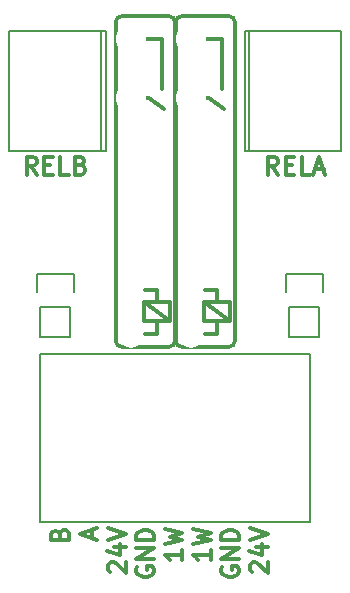
<source format=gbr>
G04 #@! TF.FileFunction,Legend,Top*
%FSLAX46Y46*%
G04 Gerber Fmt 4.6, Leading zero omitted, Abs format (unit mm)*
G04 Created by KiCad (PCBNEW 4.0.0-stable) date 04.02.2016 17:28:42*
%MOMM*%
G01*
G04 APERTURE LIST*
%ADD10C,0.100000*%
%ADD11C,0.300000*%
%ADD12C,0.150000*%
%ADD13C,0.304800*%
%ADD14C,2.000000*%
%ADD15R,2.940000X2.940000*%
%ADD16C,2.940000*%
%ADD17C,2.600000*%
%ADD18R,2.432000X2.432000*%
%ADD19O,2.432000X2.432000*%
G04 APERTURE END LIST*
D10*
D11*
X138128572Y-90848571D02*
X137628572Y-90134286D01*
X137271429Y-90848571D02*
X137271429Y-89348571D01*
X137842857Y-89348571D01*
X137985715Y-89420000D01*
X138057143Y-89491429D01*
X138128572Y-89634286D01*
X138128572Y-89848571D01*
X138057143Y-89991429D01*
X137985715Y-90062857D01*
X137842857Y-90134286D01*
X137271429Y-90134286D01*
X138771429Y-90062857D02*
X139271429Y-90062857D01*
X139485715Y-90848571D02*
X138771429Y-90848571D01*
X138771429Y-89348571D01*
X139485715Y-89348571D01*
X140842858Y-90848571D02*
X140128572Y-90848571D01*
X140128572Y-89348571D01*
X141842858Y-90062857D02*
X142057144Y-90134286D01*
X142128572Y-90205714D01*
X142200001Y-90348571D01*
X142200001Y-90562857D01*
X142128572Y-90705714D01*
X142057144Y-90777143D01*
X141914286Y-90848571D01*
X141342858Y-90848571D01*
X141342858Y-89348571D01*
X141842858Y-89348571D01*
X141985715Y-89420000D01*
X142057144Y-89491429D01*
X142128572Y-89634286D01*
X142128572Y-89777143D01*
X142057144Y-89920000D01*
X141985715Y-89991429D01*
X141842858Y-90062857D01*
X141342858Y-90062857D01*
X158555715Y-90848571D02*
X158055715Y-90134286D01*
X157698572Y-90848571D02*
X157698572Y-89348571D01*
X158270000Y-89348571D01*
X158412858Y-89420000D01*
X158484286Y-89491429D01*
X158555715Y-89634286D01*
X158555715Y-89848571D01*
X158484286Y-89991429D01*
X158412858Y-90062857D01*
X158270000Y-90134286D01*
X157698572Y-90134286D01*
X159198572Y-90062857D02*
X159698572Y-90062857D01*
X159912858Y-90848571D02*
X159198572Y-90848571D01*
X159198572Y-89348571D01*
X159912858Y-89348571D01*
X161270001Y-90848571D02*
X160555715Y-90848571D01*
X160555715Y-89348571D01*
X161698572Y-90420000D02*
X162412858Y-90420000D01*
X161555715Y-90848571D02*
X162055715Y-89348571D01*
X162555715Y-90848571D01*
X140082857Y-121292857D02*
X140154286Y-121078571D01*
X140225714Y-121007143D01*
X140368571Y-120935714D01*
X140582857Y-120935714D01*
X140725714Y-121007143D01*
X140797143Y-121078571D01*
X140868571Y-121221429D01*
X140868571Y-121792857D01*
X139368571Y-121792857D01*
X139368571Y-121292857D01*
X139440000Y-121150000D01*
X139511429Y-121078571D01*
X139654286Y-121007143D01*
X139797143Y-121007143D01*
X139940000Y-121078571D01*
X140011429Y-121150000D01*
X140082857Y-121292857D01*
X140082857Y-121792857D01*
X142840000Y-121650000D02*
X142840000Y-120935714D01*
X143268571Y-121792857D02*
X141768571Y-121292857D01*
X143268571Y-120792857D01*
X144311429Y-124507142D02*
X144240000Y-124435713D01*
X144168571Y-124292856D01*
X144168571Y-123935713D01*
X144240000Y-123792856D01*
X144311429Y-123721427D01*
X144454286Y-123649999D01*
X144597143Y-123649999D01*
X144811429Y-123721427D01*
X145668571Y-124578570D01*
X145668571Y-123649999D01*
X144668571Y-122364285D02*
X145668571Y-122364285D01*
X144097143Y-122721428D02*
X145168571Y-123078571D01*
X145168571Y-122149999D01*
X144168571Y-121792857D02*
X145668571Y-121292857D01*
X144168571Y-120792857D01*
X146640000Y-124078572D02*
X146568571Y-124221429D01*
X146568571Y-124435715D01*
X146640000Y-124650000D01*
X146782857Y-124792858D01*
X146925714Y-124864286D01*
X147211429Y-124935715D01*
X147425714Y-124935715D01*
X147711429Y-124864286D01*
X147854286Y-124792858D01*
X147997143Y-124650000D01*
X148068571Y-124435715D01*
X148068571Y-124292858D01*
X147997143Y-124078572D01*
X147925714Y-124007143D01*
X147425714Y-124007143D01*
X147425714Y-124292858D01*
X148068571Y-123364286D02*
X146568571Y-123364286D01*
X148068571Y-122507143D01*
X146568571Y-122507143D01*
X148068571Y-121792857D02*
X146568571Y-121792857D01*
X146568571Y-121435714D01*
X146640000Y-121221429D01*
X146782857Y-121078571D01*
X146925714Y-121007143D01*
X147211429Y-120935714D01*
X147425714Y-120935714D01*
X147711429Y-121007143D01*
X147854286Y-121078571D01*
X147997143Y-121221429D01*
X148068571Y-121435714D01*
X148068571Y-121792857D01*
X150468571Y-122650000D02*
X150468571Y-123507143D01*
X150468571Y-123078571D02*
X148968571Y-123078571D01*
X149182857Y-123221428D01*
X149325714Y-123364286D01*
X149397143Y-123507143D01*
X148968571Y-122150000D02*
X150468571Y-121792857D01*
X149397143Y-121507143D01*
X150468571Y-121221429D01*
X148968571Y-120864286D01*
X152868571Y-122650000D02*
X152868571Y-123507143D01*
X152868571Y-123078571D02*
X151368571Y-123078571D01*
X151582857Y-123221428D01*
X151725714Y-123364286D01*
X151797143Y-123507143D01*
X151368571Y-122150000D02*
X152868571Y-121792857D01*
X151797143Y-121507143D01*
X152868571Y-121221429D01*
X151368571Y-120864286D01*
X153840000Y-124078572D02*
X153768571Y-124221429D01*
X153768571Y-124435715D01*
X153840000Y-124650000D01*
X153982857Y-124792858D01*
X154125714Y-124864286D01*
X154411429Y-124935715D01*
X154625714Y-124935715D01*
X154911429Y-124864286D01*
X155054286Y-124792858D01*
X155197143Y-124650000D01*
X155268571Y-124435715D01*
X155268571Y-124292858D01*
X155197143Y-124078572D01*
X155125714Y-124007143D01*
X154625714Y-124007143D01*
X154625714Y-124292858D01*
X155268571Y-123364286D02*
X153768571Y-123364286D01*
X155268571Y-122507143D01*
X153768571Y-122507143D01*
X155268571Y-121792857D02*
X153768571Y-121792857D01*
X153768571Y-121435714D01*
X153840000Y-121221429D01*
X153982857Y-121078571D01*
X154125714Y-121007143D01*
X154411429Y-120935714D01*
X154625714Y-120935714D01*
X154911429Y-121007143D01*
X155054286Y-121078571D01*
X155197143Y-121221429D01*
X155268571Y-121435714D01*
X155268571Y-121792857D01*
X156311429Y-124507142D02*
X156240000Y-124435713D01*
X156168571Y-124292856D01*
X156168571Y-123935713D01*
X156240000Y-123792856D01*
X156311429Y-123721427D01*
X156454286Y-123649999D01*
X156597143Y-123649999D01*
X156811429Y-123721427D01*
X157668571Y-124578570D01*
X157668571Y-123649999D01*
X156668571Y-122364285D02*
X157668571Y-122364285D01*
X156097143Y-122721428D02*
X157168571Y-123078571D01*
X157168571Y-122149999D01*
X156168571Y-121792857D02*
X157668571Y-121292857D01*
X156168571Y-120792857D01*
D12*
X153670000Y-120269000D02*
X161290000Y-120269000D01*
X161290000Y-120269000D02*
X161290000Y-119380000D01*
X153670000Y-106045000D02*
X161290000Y-106045000D01*
X161290000Y-106045000D02*
X161290000Y-106680000D01*
X161290000Y-106680000D02*
X161290000Y-119380000D01*
X143510000Y-120269000D02*
X138430000Y-120269000D01*
X138430000Y-120269000D02*
X138430000Y-106045000D01*
X138430000Y-106045000D02*
X143510000Y-106045000D01*
X153670000Y-106045000D02*
X143510000Y-106045000D01*
X153670000Y-120269000D02*
X143510000Y-120269000D01*
X156120000Y-88820000D02*
X156120000Y-78820000D01*
X155720000Y-88900000D02*
X163920000Y-88900000D01*
X163920000Y-88820000D02*
X163920000Y-78820000D01*
X163920000Y-78740000D02*
X155720000Y-78740000D01*
X155720000Y-78820000D02*
X155720000Y-88820000D01*
X143600000Y-78820000D02*
X143600000Y-88820000D01*
X144000000Y-78740000D02*
X135800000Y-78740000D01*
X135800000Y-78820000D02*
X135800000Y-88820000D01*
X135800000Y-88900000D02*
X144000000Y-88900000D01*
X144000000Y-88820000D02*
X144000000Y-78820000D01*
D13*
X154400720Y-105441260D02*
G75*
G03X154901100Y-104940880I0J500380D01*
G01*
X154901260Y-77939280D02*
G75*
G03X154400880Y-77438900I-500380J0D01*
G01*
X152400000Y-100640000D02*
X153400000Y-100640000D01*
X152400000Y-104340000D02*
X153400000Y-104340000D01*
X153400000Y-101640000D02*
X153400000Y-100640000D01*
X153400000Y-103240000D02*
X153400000Y-104340000D01*
X154500000Y-103240000D02*
X152300000Y-101640000D01*
X152300000Y-101640000D02*
X152300000Y-103240000D01*
X152300000Y-103240000D02*
X154500000Y-103240000D01*
X154500000Y-103240000D02*
X154500000Y-101640000D01*
X154500000Y-101640000D02*
X152300000Y-101640000D01*
X152400000Y-79340000D02*
X153800000Y-79340000D01*
X153800000Y-83640000D02*
X153800000Y-79340000D01*
X152700000Y-84340000D02*
X154000000Y-85340000D01*
X152400000Y-84340000D02*
X152700000Y-84340000D01*
X150400000Y-77440000D02*
X154400000Y-77440000D01*
X150400000Y-105440000D02*
X154400000Y-105440000D01*
X154900000Y-104940000D02*
X154900000Y-77940000D01*
X149900000Y-104940000D02*
X149900000Y-77940000D01*
X149898740Y-104940720D02*
G75*
G03X150399120Y-105441100I500380J0D01*
G01*
X150399120Y-77438900D02*
G75*
G03X149898740Y-77939280I0J-500380D01*
G01*
X149320720Y-105441260D02*
G75*
G03X149821100Y-104940880I0J500380D01*
G01*
X149821260Y-77939280D02*
G75*
G03X149320880Y-77438900I-500380J0D01*
G01*
X147320000Y-100640000D02*
X148320000Y-100640000D01*
X147320000Y-104340000D02*
X148320000Y-104340000D01*
X148320000Y-101640000D02*
X148320000Y-100640000D01*
X148320000Y-103240000D02*
X148320000Y-104340000D01*
X149420000Y-103240000D02*
X147220000Y-101640000D01*
X147220000Y-101640000D02*
X147220000Y-103240000D01*
X147220000Y-103240000D02*
X149420000Y-103240000D01*
X149420000Y-103240000D02*
X149420000Y-101640000D01*
X149420000Y-101640000D02*
X147220000Y-101640000D01*
X147320000Y-79340000D02*
X148720000Y-79340000D01*
X148720000Y-83640000D02*
X148720000Y-79340000D01*
X147620000Y-84340000D02*
X148920000Y-85340000D01*
X147320000Y-84340000D02*
X147620000Y-84340000D01*
X145320000Y-77440000D02*
X149320000Y-77440000D01*
X145320000Y-105440000D02*
X149320000Y-105440000D01*
X149820000Y-104940000D02*
X149820000Y-77940000D01*
X144820000Y-104940000D02*
X144820000Y-77940000D01*
X144818740Y-104940720D02*
G75*
G03X145319120Y-105441100I500380J0D01*
G01*
X145319120Y-77438900D02*
G75*
G03X144818740Y-77939280I0J-500380D01*
G01*
D12*
X140970000Y-102108000D02*
X140970000Y-104648000D01*
X141250000Y-99288000D02*
X141250000Y-100838000D01*
X140970000Y-102108000D02*
X138430000Y-102108000D01*
X138150000Y-100838000D02*
X138150000Y-99288000D01*
X138150000Y-99288000D02*
X141250000Y-99288000D01*
X138430000Y-102108000D02*
X138430000Y-104648000D01*
X138430000Y-104648000D02*
X140970000Y-104648000D01*
X162052000Y-102108000D02*
X162052000Y-104648000D01*
X162332000Y-99288000D02*
X162332000Y-100838000D01*
X162052000Y-102108000D02*
X159512000Y-102108000D01*
X159232000Y-100838000D02*
X159232000Y-99288000D01*
X159232000Y-99288000D02*
X162332000Y-99288000D01*
X159512000Y-102108000D02*
X159512000Y-104648000D01*
X159512000Y-104648000D02*
X162052000Y-104648000D01*
%LPC*%
D14*
X142240000Y-109220000D03*
X142240000Y-114300000D03*
X144780000Y-109220000D03*
X144780000Y-114300000D03*
X139700000Y-114300000D03*
X139700000Y-109220000D03*
X147320000Y-114300000D03*
X147320000Y-109220000D03*
X149860000Y-114300000D03*
X152400000Y-114300000D03*
X154940000Y-114300000D03*
X157480000Y-114300000D03*
X149860000Y-109220000D03*
X152400000Y-109220000D03*
X154940000Y-109220000D03*
X157480000Y-109220000D03*
D15*
X160020000Y-81280000D03*
D16*
X160020000Y-86360000D03*
D15*
X139700000Y-86360000D03*
D16*
X139700000Y-81280000D03*
D14*
X151200000Y-100760000D03*
D17*
X151200000Y-84380000D03*
X151200000Y-79340000D03*
D14*
X151200000Y-104540000D03*
X146120000Y-100760000D03*
D17*
X146120000Y-84380000D03*
X146120000Y-79340000D03*
D14*
X146120000Y-104540000D03*
D18*
X139700000Y-100838000D03*
D19*
X139700000Y-103378000D03*
D18*
X160782000Y-100838000D03*
D19*
X160782000Y-103378000D03*
M02*

</source>
